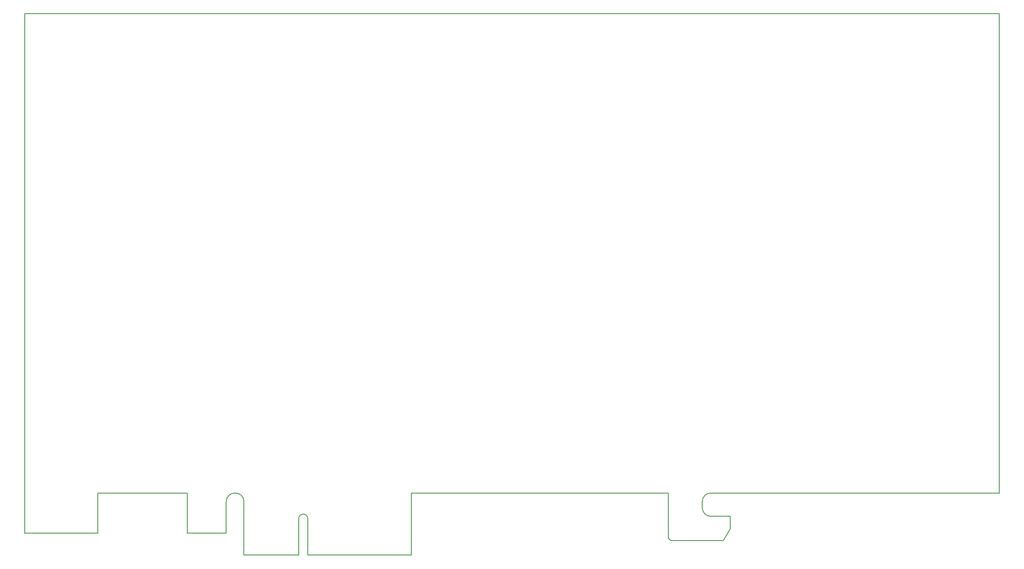
<source format=gm1>
G04 #@! TF.GenerationSoftware,KiCad,Pcbnew,5.1.0*
G04 #@! TF.CreationDate,2019-04-09T12:59:12+01:00*
G04 #@! TF.ProjectId,ecp5_mainboard,65637035-5f6d-4616-996e-626f6172642e,rev?*
G04 #@! TF.SameCoordinates,Original*
G04 #@! TF.FileFunction,Profile,NP*
%FSLAX46Y46*%
G04 Gerber Fmt 4.6, Leading zero omitted, Abs format (unit mm)*
G04 Created by KiCad (PCBNEW 5.1.0) date 2019-04-09 12:59:12*
%MOMM*%
%LPD*%
G04 APERTURE LIST*
%ADD10C,0.150000*%
G04 APERTURE END LIST*
D10*
X198300000Y-122150000D02*
X240250000Y-122150000D01*
X240250000Y-23750000D02*
X240250000Y-122150000D01*
X198300000Y-23750000D02*
X240250000Y-23750000D01*
X98350000Y-127450000D02*
G75*
G03X96450000Y-127450000I-950000J0D01*
G01*
X98350000Y-127450000D02*
X98350000Y-134900000D01*
X96450000Y-134900000D02*
X86000000Y-134900000D01*
X96450000Y-127450000D02*
X96450000Y-134900000D01*
X98350000Y-134900000D02*
X119550000Y-134900000D01*
X119550000Y-134900000D02*
X119550000Y-128200000D01*
X85250000Y-134900000D02*
X85250000Y-128930000D01*
X85250000Y-134900000D02*
X86000000Y-134900000D01*
X96600000Y-23750000D02*
X198300000Y-23750000D01*
X85250000Y-123975000D02*
G75*
G03X81600000Y-123975000I-1825000J0D01*
G01*
X85250000Y-123975000D02*
X85250000Y-128930000D01*
X81600000Y-130400000D02*
X81000000Y-130400000D01*
X81600000Y-128600000D02*
X81600000Y-130400000D01*
X81600000Y-123975000D02*
X81600000Y-128600000D01*
X81000000Y-130400000D02*
X73600000Y-130400000D01*
X73600000Y-23750000D02*
X96600000Y-23750000D01*
X40250000Y-130400000D02*
X40250000Y-24750000D01*
X55250000Y-130400000D02*
X40250000Y-130400000D01*
X55250000Y-122150000D02*
X55250000Y-130400000D01*
X73600000Y-122150000D02*
X55250000Y-122150000D01*
X73600000Y-130400000D02*
X73600000Y-122150000D01*
X40250000Y-23750000D02*
X73600000Y-23750000D01*
X40250000Y-24750000D02*
X40250000Y-23750000D01*
X119550000Y-122150000D02*
X169550000Y-122150000D01*
X119550000Y-128200000D02*
X119550000Y-122150000D01*
X169550000Y-122150000D02*
X172300000Y-122150000D01*
X172300000Y-122150000D02*
X172300000Y-126950000D01*
X185000000Y-129520000D02*
X185000000Y-126950000D01*
X172800000Y-131950000D02*
X183610000Y-131950000D01*
X172300000Y-126950000D02*
X172300000Y-131450000D01*
X181050000Y-122150000D02*
X198300000Y-122150000D01*
X179300000Y-125200000D02*
X179300000Y-123900000D01*
X185000000Y-126950000D02*
X181050000Y-126950000D01*
X172800000Y-131950000D02*
X172300000Y-131450000D01*
X183610000Y-131950000D02*
X185000000Y-129520000D01*
X179300000Y-123900000D02*
G75*
G02X181050000Y-122150000I1750000J0D01*
G01*
X181050000Y-126950000D02*
G75*
G02X179300000Y-125200000I0J1750000D01*
G01*
M02*

</source>
